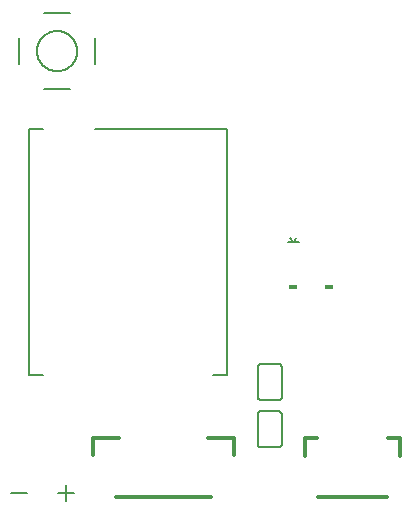
<source format=gto>
G75*
%MOIN*%
%OFA0B0*%
%FSLAX25Y25*%
%IPPOS*%
%LPD*%
%AMOC8*
5,1,8,0,0,1.08239X$1,22.5*
%
%ADD10C,0.00700*%
%ADD11C,0.00800*%
%ADD12C,0.00600*%
%ADD13R,0.03000X0.01800*%
%ADD14C,0.01200*%
D10*
X0009769Y0008170D02*
X0015040Y0008170D01*
X0025606Y0008170D02*
X0030877Y0008170D01*
X0028242Y0010806D02*
X0028242Y0005534D01*
D11*
X0020442Y0047567D02*
X0015718Y0047567D01*
X0015718Y0129457D01*
X0020442Y0129457D01*
X0020836Y0142843D02*
X0029497Y0142843D01*
X0037765Y0151111D02*
X0037765Y0159772D01*
X0029497Y0168040D02*
X0020836Y0168040D01*
X0012568Y0159772D02*
X0012568Y0151111D01*
X0018474Y0155441D02*
X0018476Y0155605D01*
X0018482Y0155769D01*
X0018492Y0155933D01*
X0018506Y0156097D01*
X0018524Y0156260D01*
X0018546Y0156423D01*
X0018573Y0156585D01*
X0018603Y0156747D01*
X0018637Y0156907D01*
X0018675Y0157067D01*
X0018716Y0157226D01*
X0018762Y0157384D01*
X0018812Y0157540D01*
X0018865Y0157696D01*
X0018922Y0157850D01*
X0018983Y0158002D01*
X0019048Y0158153D01*
X0019117Y0158303D01*
X0019189Y0158450D01*
X0019264Y0158596D01*
X0019344Y0158740D01*
X0019426Y0158882D01*
X0019512Y0159022D01*
X0019602Y0159159D01*
X0019695Y0159295D01*
X0019791Y0159428D01*
X0019891Y0159559D01*
X0019993Y0159687D01*
X0020099Y0159813D01*
X0020208Y0159936D01*
X0020320Y0160056D01*
X0020434Y0160174D01*
X0020552Y0160288D01*
X0020672Y0160400D01*
X0020795Y0160509D01*
X0020921Y0160615D01*
X0021049Y0160717D01*
X0021180Y0160817D01*
X0021313Y0160913D01*
X0021449Y0161006D01*
X0021586Y0161096D01*
X0021726Y0161182D01*
X0021868Y0161264D01*
X0022012Y0161344D01*
X0022158Y0161419D01*
X0022305Y0161491D01*
X0022455Y0161560D01*
X0022606Y0161625D01*
X0022758Y0161686D01*
X0022912Y0161743D01*
X0023068Y0161796D01*
X0023224Y0161846D01*
X0023382Y0161892D01*
X0023541Y0161933D01*
X0023701Y0161971D01*
X0023861Y0162005D01*
X0024023Y0162035D01*
X0024185Y0162062D01*
X0024348Y0162084D01*
X0024511Y0162102D01*
X0024675Y0162116D01*
X0024839Y0162126D01*
X0025003Y0162132D01*
X0025167Y0162134D01*
X0025331Y0162132D01*
X0025495Y0162126D01*
X0025659Y0162116D01*
X0025823Y0162102D01*
X0025986Y0162084D01*
X0026149Y0162062D01*
X0026311Y0162035D01*
X0026473Y0162005D01*
X0026633Y0161971D01*
X0026793Y0161933D01*
X0026952Y0161892D01*
X0027110Y0161846D01*
X0027266Y0161796D01*
X0027422Y0161743D01*
X0027576Y0161686D01*
X0027728Y0161625D01*
X0027879Y0161560D01*
X0028029Y0161491D01*
X0028176Y0161419D01*
X0028322Y0161344D01*
X0028466Y0161264D01*
X0028608Y0161182D01*
X0028748Y0161096D01*
X0028885Y0161006D01*
X0029021Y0160913D01*
X0029154Y0160817D01*
X0029285Y0160717D01*
X0029413Y0160615D01*
X0029539Y0160509D01*
X0029662Y0160400D01*
X0029782Y0160288D01*
X0029900Y0160174D01*
X0030014Y0160056D01*
X0030126Y0159936D01*
X0030235Y0159813D01*
X0030341Y0159687D01*
X0030443Y0159559D01*
X0030543Y0159428D01*
X0030639Y0159295D01*
X0030732Y0159159D01*
X0030822Y0159022D01*
X0030908Y0158882D01*
X0030990Y0158740D01*
X0031070Y0158596D01*
X0031145Y0158450D01*
X0031217Y0158303D01*
X0031286Y0158153D01*
X0031351Y0158002D01*
X0031412Y0157850D01*
X0031469Y0157696D01*
X0031522Y0157540D01*
X0031572Y0157384D01*
X0031618Y0157226D01*
X0031659Y0157067D01*
X0031697Y0156907D01*
X0031731Y0156747D01*
X0031761Y0156585D01*
X0031788Y0156423D01*
X0031810Y0156260D01*
X0031828Y0156097D01*
X0031842Y0155933D01*
X0031852Y0155769D01*
X0031858Y0155605D01*
X0031860Y0155441D01*
X0031858Y0155277D01*
X0031852Y0155113D01*
X0031842Y0154949D01*
X0031828Y0154785D01*
X0031810Y0154622D01*
X0031788Y0154459D01*
X0031761Y0154297D01*
X0031731Y0154135D01*
X0031697Y0153975D01*
X0031659Y0153815D01*
X0031618Y0153656D01*
X0031572Y0153498D01*
X0031522Y0153342D01*
X0031469Y0153186D01*
X0031412Y0153032D01*
X0031351Y0152880D01*
X0031286Y0152729D01*
X0031217Y0152579D01*
X0031145Y0152432D01*
X0031070Y0152286D01*
X0030990Y0152142D01*
X0030908Y0152000D01*
X0030822Y0151860D01*
X0030732Y0151723D01*
X0030639Y0151587D01*
X0030543Y0151454D01*
X0030443Y0151323D01*
X0030341Y0151195D01*
X0030235Y0151069D01*
X0030126Y0150946D01*
X0030014Y0150826D01*
X0029900Y0150708D01*
X0029782Y0150594D01*
X0029662Y0150482D01*
X0029539Y0150373D01*
X0029413Y0150267D01*
X0029285Y0150165D01*
X0029154Y0150065D01*
X0029021Y0149969D01*
X0028885Y0149876D01*
X0028748Y0149786D01*
X0028608Y0149700D01*
X0028466Y0149618D01*
X0028322Y0149538D01*
X0028176Y0149463D01*
X0028029Y0149391D01*
X0027879Y0149322D01*
X0027728Y0149257D01*
X0027576Y0149196D01*
X0027422Y0149139D01*
X0027266Y0149086D01*
X0027110Y0149036D01*
X0026952Y0148990D01*
X0026793Y0148949D01*
X0026633Y0148911D01*
X0026473Y0148877D01*
X0026311Y0148847D01*
X0026149Y0148820D01*
X0025986Y0148798D01*
X0025823Y0148780D01*
X0025659Y0148766D01*
X0025495Y0148756D01*
X0025331Y0148750D01*
X0025167Y0148748D01*
X0025003Y0148750D01*
X0024839Y0148756D01*
X0024675Y0148766D01*
X0024511Y0148780D01*
X0024348Y0148798D01*
X0024185Y0148820D01*
X0024023Y0148847D01*
X0023861Y0148877D01*
X0023701Y0148911D01*
X0023541Y0148949D01*
X0023382Y0148990D01*
X0023224Y0149036D01*
X0023068Y0149086D01*
X0022912Y0149139D01*
X0022758Y0149196D01*
X0022606Y0149257D01*
X0022455Y0149322D01*
X0022305Y0149391D01*
X0022158Y0149463D01*
X0022012Y0149538D01*
X0021868Y0149618D01*
X0021726Y0149700D01*
X0021586Y0149786D01*
X0021449Y0149876D01*
X0021313Y0149969D01*
X0021180Y0150065D01*
X0021049Y0150165D01*
X0020921Y0150267D01*
X0020795Y0150373D01*
X0020672Y0150482D01*
X0020552Y0150594D01*
X0020434Y0150708D01*
X0020320Y0150826D01*
X0020208Y0150946D01*
X0020099Y0151069D01*
X0019993Y0151195D01*
X0019891Y0151323D01*
X0019791Y0151454D01*
X0019695Y0151587D01*
X0019602Y0151723D01*
X0019512Y0151860D01*
X0019426Y0152000D01*
X0019344Y0152142D01*
X0019264Y0152286D01*
X0019189Y0152432D01*
X0019117Y0152579D01*
X0019048Y0152729D01*
X0018983Y0152880D01*
X0018922Y0153032D01*
X0018865Y0153186D01*
X0018812Y0153342D01*
X0018762Y0153498D01*
X0018716Y0153656D01*
X0018675Y0153815D01*
X0018637Y0153975D01*
X0018603Y0154135D01*
X0018573Y0154297D01*
X0018546Y0154459D01*
X0018524Y0154622D01*
X0018506Y0154785D01*
X0018492Y0154949D01*
X0018482Y0155113D01*
X0018476Y0155277D01*
X0018474Y0155441D01*
X0037765Y0129457D02*
X0081860Y0129457D01*
X0081860Y0047567D01*
X0077135Y0047567D01*
X0102096Y0091780D02*
X0103907Y0091780D01*
X0102986Y0093001D01*
X0103907Y0091780D02*
X0105718Y0091780D01*
X0104767Y0093001D02*
X0104007Y0091841D01*
D12*
X0099033Y0051205D02*
X0093033Y0051205D01*
X0092973Y0051203D01*
X0092912Y0051198D01*
X0092853Y0051189D01*
X0092794Y0051176D01*
X0092735Y0051160D01*
X0092678Y0051140D01*
X0092623Y0051117D01*
X0092568Y0051090D01*
X0092516Y0051061D01*
X0092465Y0051028D01*
X0092416Y0050992D01*
X0092370Y0050954D01*
X0092326Y0050912D01*
X0092284Y0050868D01*
X0092246Y0050822D01*
X0092210Y0050773D01*
X0092177Y0050722D01*
X0092148Y0050670D01*
X0092121Y0050615D01*
X0092098Y0050560D01*
X0092078Y0050503D01*
X0092062Y0050444D01*
X0092049Y0050385D01*
X0092040Y0050326D01*
X0092035Y0050265D01*
X0092033Y0050205D01*
X0092033Y0040205D01*
X0092035Y0040145D01*
X0092040Y0040084D01*
X0092049Y0040025D01*
X0092062Y0039966D01*
X0092078Y0039907D01*
X0092098Y0039850D01*
X0092121Y0039795D01*
X0092148Y0039740D01*
X0092177Y0039688D01*
X0092210Y0039637D01*
X0092246Y0039588D01*
X0092284Y0039542D01*
X0092326Y0039498D01*
X0092370Y0039456D01*
X0092416Y0039418D01*
X0092465Y0039382D01*
X0092516Y0039349D01*
X0092568Y0039320D01*
X0092623Y0039293D01*
X0092678Y0039270D01*
X0092735Y0039250D01*
X0092794Y0039234D01*
X0092853Y0039221D01*
X0092912Y0039212D01*
X0092973Y0039207D01*
X0093033Y0039205D01*
X0099033Y0039205D01*
X0099093Y0039207D01*
X0099154Y0039212D01*
X0099213Y0039221D01*
X0099272Y0039234D01*
X0099331Y0039250D01*
X0099388Y0039270D01*
X0099443Y0039293D01*
X0099498Y0039320D01*
X0099550Y0039349D01*
X0099601Y0039382D01*
X0099650Y0039418D01*
X0099696Y0039456D01*
X0099740Y0039498D01*
X0099782Y0039542D01*
X0099820Y0039588D01*
X0099856Y0039637D01*
X0099889Y0039688D01*
X0099918Y0039740D01*
X0099945Y0039795D01*
X0099968Y0039850D01*
X0099988Y0039907D01*
X0100004Y0039966D01*
X0100017Y0040025D01*
X0100026Y0040084D01*
X0100031Y0040145D01*
X0100033Y0040205D01*
X0100033Y0050205D01*
X0100031Y0050265D01*
X0100026Y0050326D01*
X0100017Y0050385D01*
X0100004Y0050444D01*
X0099988Y0050503D01*
X0099968Y0050560D01*
X0099945Y0050615D01*
X0099918Y0050670D01*
X0099889Y0050722D01*
X0099856Y0050773D01*
X0099820Y0050822D01*
X0099782Y0050868D01*
X0099740Y0050912D01*
X0099696Y0050954D01*
X0099650Y0050992D01*
X0099601Y0051028D01*
X0099550Y0051061D01*
X0099498Y0051090D01*
X0099443Y0051117D01*
X0099388Y0051140D01*
X0099331Y0051160D01*
X0099272Y0051176D01*
X0099213Y0051189D01*
X0099154Y0051198D01*
X0099093Y0051203D01*
X0099033Y0051205D01*
X0099033Y0035457D02*
X0093033Y0035457D01*
X0092973Y0035455D01*
X0092912Y0035450D01*
X0092853Y0035441D01*
X0092794Y0035428D01*
X0092735Y0035412D01*
X0092678Y0035392D01*
X0092623Y0035369D01*
X0092568Y0035342D01*
X0092516Y0035313D01*
X0092465Y0035280D01*
X0092416Y0035244D01*
X0092370Y0035206D01*
X0092326Y0035164D01*
X0092284Y0035120D01*
X0092246Y0035074D01*
X0092210Y0035025D01*
X0092177Y0034974D01*
X0092148Y0034922D01*
X0092121Y0034867D01*
X0092098Y0034812D01*
X0092078Y0034755D01*
X0092062Y0034696D01*
X0092049Y0034637D01*
X0092040Y0034578D01*
X0092035Y0034517D01*
X0092033Y0034457D01*
X0092033Y0024457D01*
X0092035Y0024397D01*
X0092040Y0024336D01*
X0092049Y0024277D01*
X0092062Y0024218D01*
X0092078Y0024159D01*
X0092098Y0024102D01*
X0092121Y0024047D01*
X0092148Y0023992D01*
X0092177Y0023940D01*
X0092210Y0023889D01*
X0092246Y0023840D01*
X0092284Y0023794D01*
X0092326Y0023750D01*
X0092370Y0023708D01*
X0092416Y0023670D01*
X0092465Y0023634D01*
X0092516Y0023601D01*
X0092568Y0023572D01*
X0092623Y0023545D01*
X0092678Y0023522D01*
X0092735Y0023502D01*
X0092794Y0023486D01*
X0092853Y0023473D01*
X0092912Y0023464D01*
X0092973Y0023459D01*
X0093033Y0023457D01*
X0099033Y0023457D01*
X0099093Y0023459D01*
X0099154Y0023464D01*
X0099213Y0023473D01*
X0099272Y0023486D01*
X0099331Y0023502D01*
X0099388Y0023522D01*
X0099443Y0023545D01*
X0099498Y0023572D01*
X0099550Y0023601D01*
X0099601Y0023634D01*
X0099650Y0023670D01*
X0099696Y0023708D01*
X0099740Y0023750D01*
X0099782Y0023794D01*
X0099820Y0023840D01*
X0099856Y0023889D01*
X0099889Y0023940D01*
X0099918Y0023992D01*
X0099945Y0024047D01*
X0099968Y0024102D01*
X0099988Y0024159D01*
X0100004Y0024218D01*
X0100017Y0024277D01*
X0100026Y0024336D01*
X0100031Y0024397D01*
X0100033Y0024457D01*
X0100033Y0034457D01*
X0100031Y0034517D01*
X0100026Y0034578D01*
X0100017Y0034637D01*
X0100004Y0034696D01*
X0099988Y0034755D01*
X0099968Y0034812D01*
X0099945Y0034867D01*
X0099918Y0034922D01*
X0099889Y0034974D01*
X0099856Y0035025D01*
X0099820Y0035074D01*
X0099782Y0035120D01*
X0099740Y0035164D01*
X0099696Y0035206D01*
X0099650Y0035244D01*
X0099601Y0035280D01*
X0099550Y0035313D01*
X0099498Y0035342D01*
X0099443Y0035369D01*
X0099388Y0035392D01*
X0099331Y0035412D01*
X0099272Y0035428D01*
X0099213Y0035441D01*
X0099154Y0035450D01*
X0099093Y0035455D01*
X0099033Y0035457D01*
D13*
X0103907Y0076701D03*
X0115718Y0076701D03*
D14*
X0111781Y0026583D02*
X0107844Y0026583D01*
X0107844Y0020284D01*
X0112175Y0006898D02*
X0135009Y0006898D01*
X0139340Y0020284D02*
X0139340Y0026583D01*
X0135403Y0026583D01*
X0084025Y0026583D02*
X0084025Y0020678D01*
X0084025Y0026583D02*
X0075482Y0026583D01*
X0076348Y0006898D02*
X0044852Y0006898D01*
X0037056Y0020678D02*
X0037056Y0026583D01*
X0045718Y0026583D01*
M02*

</source>
